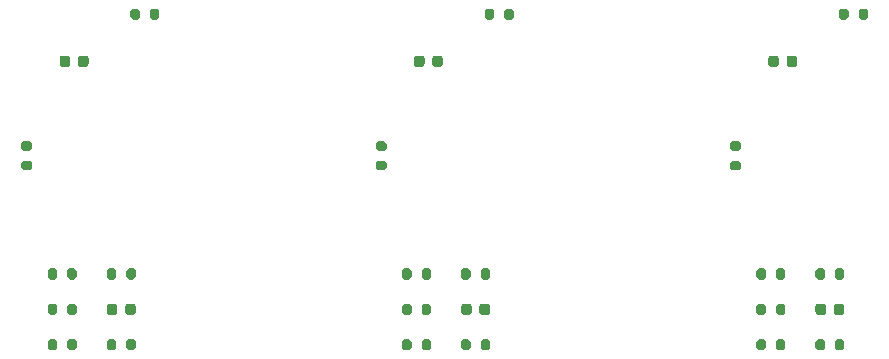
<source format=gbr>
%TF.GenerationSoftware,KiCad,Pcbnew,(5.1.10)-1*%
%TF.CreationDate,2021-09-26T04:03:23+09:00*%
%TF.ProjectId,HAS-CT-Board,4841532d-4354-42d4-926f-6172642e6b69,rev?*%
%TF.SameCoordinates,Original*%
%TF.FileFunction,Paste,Top*%
%TF.FilePolarity,Positive*%
%FSLAX46Y46*%
G04 Gerber Fmt 4.6, Leading zero omitted, Abs format (unit mm)*
G04 Created by KiCad (PCBNEW (5.1.10)-1) date 2021-09-26 04:03:23*
%MOMM*%
%LPD*%
G01*
G04 APERTURE LIST*
G04 APERTURE END LIST*
%TO.C,C5*%
G36*
G01*
X69675000Y-132750000D02*
X69675000Y-133250000D01*
G75*
G02*
X69450000Y-133475000I-225000J0D01*
G01*
X69000000Y-133475000D01*
G75*
G02*
X68775000Y-133250000I0J225000D01*
G01*
X68775000Y-132750000D01*
G75*
G02*
X69000000Y-132525000I225000J0D01*
G01*
X69450000Y-132525000D01*
G75*
G02*
X69675000Y-132750000I0J-225000D01*
G01*
G37*
G36*
G01*
X71225000Y-132750000D02*
X71225000Y-133250000D01*
G75*
G02*
X71000000Y-133475000I-225000J0D01*
G01*
X70550000Y-133475000D01*
G75*
G02*
X70325000Y-133250000I0J225000D01*
G01*
X70325000Y-132750000D01*
G75*
G02*
X70550000Y-132525000I225000J0D01*
G01*
X71000000Y-132525000D01*
G75*
G02*
X71225000Y-132750000I0J-225000D01*
G01*
G37*
%TD*%
%TO.C,C6*%
G36*
G01*
X99675000Y-132750000D02*
X99675000Y-133250000D01*
G75*
G02*
X99450000Y-133475000I-225000J0D01*
G01*
X99000000Y-133475000D01*
G75*
G02*
X98775000Y-133250000I0J225000D01*
G01*
X98775000Y-132750000D01*
G75*
G02*
X99000000Y-132525000I225000J0D01*
G01*
X99450000Y-132525000D01*
G75*
G02*
X99675000Y-132750000I0J-225000D01*
G01*
G37*
G36*
G01*
X101225000Y-132750000D02*
X101225000Y-133250000D01*
G75*
G02*
X101000000Y-133475000I-225000J0D01*
G01*
X100550000Y-133475000D01*
G75*
G02*
X100325000Y-133250000I0J225000D01*
G01*
X100325000Y-132750000D01*
G75*
G02*
X100550000Y-132525000I225000J0D01*
G01*
X101000000Y-132525000D01*
G75*
G02*
X101225000Y-132750000I0J-225000D01*
G01*
G37*
%TD*%
%TO.C,C7*%
G36*
G01*
X131225000Y-132750000D02*
X131225000Y-133250000D01*
G75*
G02*
X131000000Y-133475000I-225000J0D01*
G01*
X130550000Y-133475000D01*
G75*
G02*
X130325000Y-133250000I0J225000D01*
G01*
X130325000Y-132750000D01*
G75*
G02*
X130550000Y-132525000I225000J0D01*
G01*
X131000000Y-132525000D01*
G75*
G02*
X131225000Y-132750000I0J-225000D01*
G01*
G37*
G36*
G01*
X129675000Y-132750000D02*
X129675000Y-133250000D01*
G75*
G02*
X129450000Y-133475000I-225000J0D01*
G01*
X129000000Y-133475000D01*
G75*
G02*
X128775000Y-133250000I0J225000D01*
G01*
X128775000Y-132750000D01*
G75*
G02*
X129000000Y-132525000I225000J0D01*
G01*
X129450000Y-132525000D01*
G75*
G02*
X129675000Y-132750000I0J-225000D01*
G01*
G37*
%TD*%
%TO.C,C12*%
G36*
G01*
X66325000Y-112250000D02*
X66325000Y-111750000D01*
G75*
G02*
X66550000Y-111525000I225000J0D01*
G01*
X67000000Y-111525000D01*
G75*
G02*
X67225000Y-111750000I0J-225000D01*
G01*
X67225000Y-112250000D01*
G75*
G02*
X67000000Y-112475000I-225000J0D01*
G01*
X66550000Y-112475000D01*
G75*
G02*
X66325000Y-112250000I0J225000D01*
G01*
G37*
G36*
G01*
X64775000Y-112250000D02*
X64775000Y-111750000D01*
G75*
G02*
X65000000Y-111525000I225000J0D01*
G01*
X65450000Y-111525000D01*
G75*
G02*
X65675000Y-111750000I0J-225000D01*
G01*
X65675000Y-112250000D01*
G75*
G02*
X65450000Y-112475000I-225000J0D01*
G01*
X65000000Y-112475000D01*
G75*
G02*
X64775000Y-112250000I0J225000D01*
G01*
G37*
%TD*%
%TO.C,C13*%
G36*
G01*
X96325000Y-112250000D02*
X96325000Y-111750000D01*
G75*
G02*
X96550000Y-111525000I225000J0D01*
G01*
X97000000Y-111525000D01*
G75*
G02*
X97225000Y-111750000I0J-225000D01*
G01*
X97225000Y-112250000D01*
G75*
G02*
X97000000Y-112475000I-225000J0D01*
G01*
X96550000Y-112475000D01*
G75*
G02*
X96325000Y-112250000I0J225000D01*
G01*
G37*
G36*
G01*
X94775000Y-112250000D02*
X94775000Y-111750000D01*
G75*
G02*
X95000000Y-111525000I225000J0D01*
G01*
X95450000Y-111525000D01*
G75*
G02*
X95675000Y-111750000I0J-225000D01*
G01*
X95675000Y-112250000D01*
G75*
G02*
X95450000Y-112475000I-225000J0D01*
G01*
X95000000Y-112475000D01*
G75*
G02*
X94775000Y-112250000I0J225000D01*
G01*
G37*
%TD*%
%TO.C,C14*%
G36*
G01*
X124775000Y-112250000D02*
X124775000Y-111750000D01*
G75*
G02*
X125000000Y-111525000I225000J0D01*
G01*
X125450000Y-111525000D01*
G75*
G02*
X125675000Y-111750000I0J-225000D01*
G01*
X125675000Y-112250000D01*
G75*
G02*
X125450000Y-112475000I-225000J0D01*
G01*
X125000000Y-112475000D01*
G75*
G02*
X124775000Y-112250000I0J225000D01*
G01*
G37*
G36*
G01*
X126325000Y-112250000D02*
X126325000Y-111750000D01*
G75*
G02*
X126550000Y-111525000I225000J0D01*
G01*
X127000000Y-111525000D01*
G75*
G02*
X127225000Y-111750000I0J-225000D01*
G01*
X127225000Y-112250000D01*
G75*
G02*
X127000000Y-112475000I-225000J0D01*
G01*
X126550000Y-112475000D01*
G75*
G02*
X126325000Y-112250000I0J225000D01*
G01*
G37*
%TD*%
%TO.C,R1*%
G36*
G01*
X72425000Y-108275000D02*
X72425000Y-107725000D01*
G75*
G02*
X72625000Y-107525000I200000J0D01*
G01*
X73025000Y-107525000D01*
G75*
G02*
X73225000Y-107725000I0J-200000D01*
G01*
X73225000Y-108275000D01*
G75*
G02*
X73025000Y-108475000I-200000J0D01*
G01*
X72625000Y-108475000D01*
G75*
G02*
X72425000Y-108275000I0J200000D01*
G01*
G37*
G36*
G01*
X70775000Y-108275000D02*
X70775000Y-107725000D01*
G75*
G02*
X70975000Y-107525000I200000J0D01*
G01*
X71375000Y-107525000D01*
G75*
G02*
X71575000Y-107725000I0J-200000D01*
G01*
X71575000Y-108275000D01*
G75*
G02*
X71375000Y-108475000I-200000J0D01*
G01*
X70975000Y-108475000D01*
G75*
G02*
X70775000Y-108275000I0J200000D01*
G01*
G37*
%TD*%
%TO.C,R2*%
G36*
G01*
X102425000Y-108275000D02*
X102425000Y-107725000D01*
G75*
G02*
X102625000Y-107525000I200000J0D01*
G01*
X103025000Y-107525000D01*
G75*
G02*
X103225000Y-107725000I0J-200000D01*
G01*
X103225000Y-108275000D01*
G75*
G02*
X103025000Y-108475000I-200000J0D01*
G01*
X102625000Y-108475000D01*
G75*
G02*
X102425000Y-108275000I0J200000D01*
G01*
G37*
G36*
G01*
X100775000Y-108275000D02*
X100775000Y-107725000D01*
G75*
G02*
X100975000Y-107525000I200000J0D01*
G01*
X101375000Y-107525000D01*
G75*
G02*
X101575000Y-107725000I0J-200000D01*
G01*
X101575000Y-108275000D01*
G75*
G02*
X101375000Y-108475000I-200000J0D01*
G01*
X100975000Y-108475000D01*
G75*
G02*
X100775000Y-108275000I0J200000D01*
G01*
G37*
%TD*%
%TO.C,R3*%
G36*
G01*
X130775000Y-108275000D02*
X130775000Y-107725000D01*
G75*
G02*
X130975000Y-107525000I200000J0D01*
G01*
X131375000Y-107525000D01*
G75*
G02*
X131575000Y-107725000I0J-200000D01*
G01*
X131575000Y-108275000D01*
G75*
G02*
X131375000Y-108475000I-200000J0D01*
G01*
X130975000Y-108475000D01*
G75*
G02*
X130775000Y-108275000I0J200000D01*
G01*
G37*
G36*
G01*
X132425000Y-108275000D02*
X132425000Y-107725000D01*
G75*
G02*
X132625000Y-107525000I200000J0D01*
G01*
X133025000Y-107525000D01*
G75*
G02*
X133225000Y-107725000I0J-200000D01*
G01*
X133225000Y-108275000D01*
G75*
G02*
X133025000Y-108475000I-200000J0D01*
G01*
X132625000Y-108475000D01*
G75*
G02*
X132425000Y-108275000I0J200000D01*
G01*
G37*
%TD*%
%TO.C,R4*%
G36*
G01*
X65425000Y-136275000D02*
X65425000Y-135725000D01*
G75*
G02*
X65625000Y-135525000I200000J0D01*
G01*
X66025000Y-135525000D01*
G75*
G02*
X66225000Y-135725000I0J-200000D01*
G01*
X66225000Y-136275000D01*
G75*
G02*
X66025000Y-136475000I-200000J0D01*
G01*
X65625000Y-136475000D01*
G75*
G02*
X65425000Y-136275000I0J200000D01*
G01*
G37*
G36*
G01*
X63775000Y-136275000D02*
X63775000Y-135725000D01*
G75*
G02*
X63975000Y-135525000I200000J0D01*
G01*
X64375000Y-135525000D01*
G75*
G02*
X64575000Y-135725000I0J-200000D01*
G01*
X64575000Y-136275000D01*
G75*
G02*
X64375000Y-136475000I-200000J0D01*
G01*
X63975000Y-136475000D01*
G75*
G02*
X63775000Y-136275000I0J200000D01*
G01*
G37*
%TD*%
%TO.C,R5*%
G36*
G01*
X66225000Y-132725000D02*
X66225000Y-133275000D01*
G75*
G02*
X66025000Y-133475000I-200000J0D01*
G01*
X65625000Y-133475000D01*
G75*
G02*
X65425000Y-133275000I0J200000D01*
G01*
X65425000Y-132725000D01*
G75*
G02*
X65625000Y-132525000I200000J0D01*
G01*
X66025000Y-132525000D01*
G75*
G02*
X66225000Y-132725000I0J-200000D01*
G01*
G37*
G36*
G01*
X64575000Y-132725000D02*
X64575000Y-133275000D01*
G75*
G02*
X64375000Y-133475000I-200000J0D01*
G01*
X63975000Y-133475000D01*
G75*
G02*
X63775000Y-133275000I0J200000D01*
G01*
X63775000Y-132725000D01*
G75*
G02*
X63975000Y-132525000I200000J0D01*
G01*
X64375000Y-132525000D01*
G75*
G02*
X64575000Y-132725000I0J-200000D01*
G01*
G37*
%TD*%
%TO.C,R6*%
G36*
G01*
X93775000Y-136275000D02*
X93775000Y-135725000D01*
G75*
G02*
X93975000Y-135525000I200000J0D01*
G01*
X94375000Y-135525000D01*
G75*
G02*
X94575000Y-135725000I0J-200000D01*
G01*
X94575000Y-136275000D01*
G75*
G02*
X94375000Y-136475000I-200000J0D01*
G01*
X93975000Y-136475000D01*
G75*
G02*
X93775000Y-136275000I0J200000D01*
G01*
G37*
G36*
G01*
X95425000Y-136275000D02*
X95425000Y-135725000D01*
G75*
G02*
X95625000Y-135525000I200000J0D01*
G01*
X96025000Y-135525000D01*
G75*
G02*
X96225000Y-135725000I0J-200000D01*
G01*
X96225000Y-136275000D01*
G75*
G02*
X96025000Y-136475000I-200000J0D01*
G01*
X95625000Y-136475000D01*
G75*
G02*
X95425000Y-136275000I0J200000D01*
G01*
G37*
%TD*%
%TO.C,R7*%
G36*
G01*
X94575000Y-132725000D02*
X94575000Y-133275000D01*
G75*
G02*
X94375000Y-133475000I-200000J0D01*
G01*
X93975000Y-133475000D01*
G75*
G02*
X93775000Y-133275000I0J200000D01*
G01*
X93775000Y-132725000D01*
G75*
G02*
X93975000Y-132525000I200000J0D01*
G01*
X94375000Y-132525000D01*
G75*
G02*
X94575000Y-132725000I0J-200000D01*
G01*
G37*
G36*
G01*
X96225000Y-132725000D02*
X96225000Y-133275000D01*
G75*
G02*
X96025000Y-133475000I-200000J0D01*
G01*
X95625000Y-133475000D01*
G75*
G02*
X95425000Y-133275000I0J200000D01*
G01*
X95425000Y-132725000D01*
G75*
G02*
X95625000Y-132525000I200000J0D01*
G01*
X96025000Y-132525000D01*
G75*
G02*
X96225000Y-132725000I0J-200000D01*
G01*
G37*
%TD*%
%TO.C,R8*%
G36*
G01*
X125425000Y-136275000D02*
X125425000Y-135725000D01*
G75*
G02*
X125625000Y-135525000I200000J0D01*
G01*
X126025000Y-135525000D01*
G75*
G02*
X126225000Y-135725000I0J-200000D01*
G01*
X126225000Y-136275000D01*
G75*
G02*
X126025000Y-136475000I-200000J0D01*
G01*
X125625000Y-136475000D01*
G75*
G02*
X125425000Y-136275000I0J200000D01*
G01*
G37*
G36*
G01*
X123775000Y-136275000D02*
X123775000Y-135725000D01*
G75*
G02*
X123975000Y-135525000I200000J0D01*
G01*
X124375000Y-135525000D01*
G75*
G02*
X124575000Y-135725000I0J-200000D01*
G01*
X124575000Y-136275000D01*
G75*
G02*
X124375000Y-136475000I-200000J0D01*
G01*
X123975000Y-136475000D01*
G75*
G02*
X123775000Y-136275000I0J200000D01*
G01*
G37*
%TD*%
%TO.C,R9*%
G36*
G01*
X124575000Y-132725000D02*
X124575000Y-133275000D01*
G75*
G02*
X124375000Y-133475000I-200000J0D01*
G01*
X123975000Y-133475000D01*
G75*
G02*
X123775000Y-133275000I0J200000D01*
G01*
X123775000Y-132725000D01*
G75*
G02*
X123975000Y-132525000I200000J0D01*
G01*
X124375000Y-132525000D01*
G75*
G02*
X124575000Y-132725000I0J-200000D01*
G01*
G37*
G36*
G01*
X126225000Y-132725000D02*
X126225000Y-133275000D01*
G75*
G02*
X126025000Y-133475000I-200000J0D01*
G01*
X125625000Y-133475000D01*
G75*
G02*
X125425000Y-133275000I0J200000D01*
G01*
X125425000Y-132725000D01*
G75*
G02*
X125625000Y-132525000I200000J0D01*
G01*
X126025000Y-132525000D01*
G75*
G02*
X126225000Y-132725000I0J-200000D01*
G01*
G37*
%TD*%
%TO.C,R10*%
G36*
G01*
X62275000Y-119575000D02*
X61725000Y-119575000D01*
G75*
G02*
X61525000Y-119375000I0J200000D01*
G01*
X61525000Y-118975000D01*
G75*
G02*
X61725000Y-118775000I200000J0D01*
G01*
X62275000Y-118775000D01*
G75*
G02*
X62475000Y-118975000I0J-200000D01*
G01*
X62475000Y-119375000D01*
G75*
G02*
X62275000Y-119575000I-200000J0D01*
G01*
G37*
G36*
G01*
X62275000Y-121225000D02*
X61725000Y-121225000D01*
G75*
G02*
X61525000Y-121025000I0J200000D01*
G01*
X61525000Y-120625000D01*
G75*
G02*
X61725000Y-120425000I200000J0D01*
G01*
X62275000Y-120425000D01*
G75*
G02*
X62475000Y-120625000I0J-200000D01*
G01*
X62475000Y-121025000D01*
G75*
G02*
X62275000Y-121225000I-200000J0D01*
G01*
G37*
%TD*%
%TO.C,R11*%
G36*
G01*
X66225000Y-129725000D02*
X66225000Y-130275000D01*
G75*
G02*
X66025000Y-130475000I-200000J0D01*
G01*
X65625000Y-130475000D01*
G75*
G02*
X65425000Y-130275000I0J200000D01*
G01*
X65425000Y-129725000D01*
G75*
G02*
X65625000Y-129525000I200000J0D01*
G01*
X66025000Y-129525000D01*
G75*
G02*
X66225000Y-129725000I0J-200000D01*
G01*
G37*
G36*
G01*
X64575000Y-129725000D02*
X64575000Y-130275000D01*
G75*
G02*
X64375000Y-130475000I-200000J0D01*
G01*
X63975000Y-130475000D01*
G75*
G02*
X63775000Y-130275000I0J200000D01*
G01*
X63775000Y-129725000D01*
G75*
G02*
X63975000Y-129525000I200000J0D01*
G01*
X64375000Y-129525000D01*
G75*
G02*
X64575000Y-129725000I0J-200000D01*
G01*
G37*
%TD*%
%TO.C,R12*%
G36*
G01*
X92275000Y-119575000D02*
X91725000Y-119575000D01*
G75*
G02*
X91525000Y-119375000I0J200000D01*
G01*
X91525000Y-118975000D01*
G75*
G02*
X91725000Y-118775000I200000J0D01*
G01*
X92275000Y-118775000D01*
G75*
G02*
X92475000Y-118975000I0J-200000D01*
G01*
X92475000Y-119375000D01*
G75*
G02*
X92275000Y-119575000I-200000J0D01*
G01*
G37*
G36*
G01*
X92275000Y-121225000D02*
X91725000Y-121225000D01*
G75*
G02*
X91525000Y-121025000I0J200000D01*
G01*
X91525000Y-120625000D01*
G75*
G02*
X91725000Y-120425000I200000J0D01*
G01*
X92275000Y-120425000D01*
G75*
G02*
X92475000Y-120625000I0J-200000D01*
G01*
X92475000Y-121025000D01*
G75*
G02*
X92275000Y-121225000I-200000J0D01*
G01*
G37*
%TD*%
%TO.C,R13*%
G36*
G01*
X96225000Y-129725000D02*
X96225000Y-130275000D01*
G75*
G02*
X96025000Y-130475000I-200000J0D01*
G01*
X95625000Y-130475000D01*
G75*
G02*
X95425000Y-130275000I0J200000D01*
G01*
X95425000Y-129725000D01*
G75*
G02*
X95625000Y-129525000I200000J0D01*
G01*
X96025000Y-129525000D01*
G75*
G02*
X96225000Y-129725000I0J-200000D01*
G01*
G37*
G36*
G01*
X94575000Y-129725000D02*
X94575000Y-130275000D01*
G75*
G02*
X94375000Y-130475000I-200000J0D01*
G01*
X93975000Y-130475000D01*
G75*
G02*
X93775000Y-130275000I0J200000D01*
G01*
X93775000Y-129725000D01*
G75*
G02*
X93975000Y-129525000I200000J0D01*
G01*
X94375000Y-129525000D01*
G75*
G02*
X94575000Y-129725000I0J-200000D01*
G01*
G37*
%TD*%
%TO.C,R14*%
G36*
G01*
X122275000Y-121225000D02*
X121725000Y-121225000D01*
G75*
G02*
X121525000Y-121025000I0J200000D01*
G01*
X121525000Y-120625000D01*
G75*
G02*
X121725000Y-120425000I200000J0D01*
G01*
X122275000Y-120425000D01*
G75*
G02*
X122475000Y-120625000I0J-200000D01*
G01*
X122475000Y-121025000D01*
G75*
G02*
X122275000Y-121225000I-200000J0D01*
G01*
G37*
G36*
G01*
X122275000Y-119575000D02*
X121725000Y-119575000D01*
G75*
G02*
X121525000Y-119375000I0J200000D01*
G01*
X121525000Y-118975000D01*
G75*
G02*
X121725000Y-118775000I200000J0D01*
G01*
X122275000Y-118775000D01*
G75*
G02*
X122475000Y-118975000I0J-200000D01*
G01*
X122475000Y-119375000D01*
G75*
G02*
X122275000Y-119575000I-200000J0D01*
G01*
G37*
%TD*%
%TO.C,R15*%
G36*
G01*
X126225000Y-129725000D02*
X126225000Y-130275000D01*
G75*
G02*
X126025000Y-130475000I-200000J0D01*
G01*
X125625000Y-130475000D01*
G75*
G02*
X125425000Y-130275000I0J200000D01*
G01*
X125425000Y-129725000D01*
G75*
G02*
X125625000Y-129525000I200000J0D01*
G01*
X126025000Y-129525000D01*
G75*
G02*
X126225000Y-129725000I0J-200000D01*
G01*
G37*
G36*
G01*
X124575000Y-129725000D02*
X124575000Y-130275000D01*
G75*
G02*
X124375000Y-130475000I-200000J0D01*
G01*
X123975000Y-130475000D01*
G75*
G02*
X123775000Y-130275000I0J200000D01*
G01*
X123775000Y-129725000D01*
G75*
G02*
X123975000Y-129525000I200000J0D01*
G01*
X124375000Y-129525000D01*
G75*
G02*
X124575000Y-129725000I0J-200000D01*
G01*
G37*
%TD*%
%TO.C,R16*%
G36*
G01*
X68775000Y-136275000D02*
X68775000Y-135725000D01*
G75*
G02*
X68975000Y-135525000I200000J0D01*
G01*
X69375000Y-135525000D01*
G75*
G02*
X69575000Y-135725000I0J-200000D01*
G01*
X69575000Y-136275000D01*
G75*
G02*
X69375000Y-136475000I-200000J0D01*
G01*
X68975000Y-136475000D01*
G75*
G02*
X68775000Y-136275000I0J200000D01*
G01*
G37*
G36*
G01*
X70425000Y-136275000D02*
X70425000Y-135725000D01*
G75*
G02*
X70625000Y-135525000I200000J0D01*
G01*
X71025000Y-135525000D01*
G75*
G02*
X71225000Y-135725000I0J-200000D01*
G01*
X71225000Y-136275000D01*
G75*
G02*
X71025000Y-136475000I-200000J0D01*
G01*
X70625000Y-136475000D01*
G75*
G02*
X70425000Y-136275000I0J200000D01*
G01*
G37*
%TD*%
%TO.C,R17*%
G36*
G01*
X100425000Y-136275000D02*
X100425000Y-135725000D01*
G75*
G02*
X100625000Y-135525000I200000J0D01*
G01*
X101025000Y-135525000D01*
G75*
G02*
X101225000Y-135725000I0J-200000D01*
G01*
X101225000Y-136275000D01*
G75*
G02*
X101025000Y-136475000I-200000J0D01*
G01*
X100625000Y-136475000D01*
G75*
G02*
X100425000Y-136275000I0J200000D01*
G01*
G37*
G36*
G01*
X98775000Y-136275000D02*
X98775000Y-135725000D01*
G75*
G02*
X98975000Y-135525000I200000J0D01*
G01*
X99375000Y-135525000D01*
G75*
G02*
X99575000Y-135725000I0J-200000D01*
G01*
X99575000Y-136275000D01*
G75*
G02*
X99375000Y-136475000I-200000J0D01*
G01*
X98975000Y-136475000D01*
G75*
G02*
X98775000Y-136275000I0J200000D01*
G01*
G37*
%TD*%
%TO.C,R18*%
G36*
G01*
X128775000Y-136275000D02*
X128775000Y-135725000D01*
G75*
G02*
X128975000Y-135525000I200000J0D01*
G01*
X129375000Y-135525000D01*
G75*
G02*
X129575000Y-135725000I0J-200000D01*
G01*
X129575000Y-136275000D01*
G75*
G02*
X129375000Y-136475000I-200000J0D01*
G01*
X128975000Y-136475000D01*
G75*
G02*
X128775000Y-136275000I0J200000D01*
G01*
G37*
G36*
G01*
X130425000Y-136275000D02*
X130425000Y-135725000D01*
G75*
G02*
X130625000Y-135525000I200000J0D01*
G01*
X131025000Y-135525000D01*
G75*
G02*
X131225000Y-135725000I0J-200000D01*
G01*
X131225000Y-136275000D01*
G75*
G02*
X131025000Y-136475000I-200000J0D01*
G01*
X130625000Y-136475000D01*
G75*
G02*
X130425000Y-136275000I0J200000D01*
G01*
G37*
%TD*%
%TO.C,R19*%
G36*
G01*
X71225000Y-129725000D02*
X71225000Y-130275000D01*
G75*
G02*
X71025000Y-130475000I-200000J0D01*
G01*
X70625000Y-130475000D01*
G75*
G02*
X70425000Y-130275000I0J200000D01*
G01*
X70425000Y-129725000D01*
G75*
G02*
X70625000Y-129525000I200000J0D01*
G01*
X71025000Y-129525000D01*
G75*
G02*
X71225000Y-129725000I0J-200000D01*
G01*
G37*
G36*
G01*
X69575000Y-129725000D02*
X69575000Y-130275000D01*
G75*
G02*
X69375000Y-130475000I-200000J0D01*
G01*
X68975000Y-130475000D01*
G75*
G02*
X68775000Y-130275000I0J200000D01*
G01*
X68775000Y-129725000D01*
G75*
G02*
X68975000Y-129525000I200000J0D01*
G01*
X69375000Y-129525000D01*
G75*
G02*
X69575000Y-129725000I0J-200000D01*
G01*
G37*
%TD*%
%TO.C,R20*%
G36*
G01*
X99575000Y-129725000D02*
X99575000Y-130275000D01*
G75*
G02*
X99375000Y-130475000I-200000J0D01*
G01*
X98975000Y-130475000D01*
G75*
G02*
X98775000Y-130275000I0J200000D01*
G01*
X98775000Y-129725000D01*
G75*
G02*
X98975000Y-129525000I200000J0D01*
G01*
X99375000Y-129525000D01*
G75*
G02*
X99575000Y-129725000I0J-200000D01*
G01*
G37*
G36*
G01*
X101225000Y-129725000D02*
X101225000Y-130275000D01*
G75*
G02*
X101025000Y-130475000I-200000J0D01*
G01*
X100625000Y-130475000D01*
G75*
G02*
X100425000Y-130275000I0J200000D01*
G01*
X100425000Y-129725000D01*
G75*
G02*
X100625000Y-129525000I200000J0D01*
G01*
X101025000Y-129525000D01*
G75*
G02*
X101225000Y-129725000I0J-200000D01*
G01*
G37*
%TD*%
%TO.C,R21*%
G36*
G01*
X131225000Y-129725000D02*
X131225000Y-130275000D01*
G75*
G02*
X131025000Y-130475000I-200000J0D01*
G01*
X130625000Y-130475000D01*
G75*
G02*
X130425000Y-130275000I0J200000D01*
G01*
X130425000Y-129725000D01*
G75*
G02*
X130625000Y-129525000I200000J0D01*
G01*
X131025000Y-129525000D01*
G75*
G02*
X131225000Y-129725000I0J-200000D01*
G01*
G37*
G36*
G01*
X129575000Y-129725000D02*
X129575000Y-130275000D01*
G75*
G02*
X129375000Y-130475000I-200000J0D01*
G01*
X128975000Y-130475000D01*
G75*
G02*
X128775000Y-130275000I0J200000D01*
G01*
X128775000Y-129725000D01*
G75*
G02*
X128975000Y-129525000I200000J0D01*
G01*
X129375000Y-129525000D01*
G75*
G02*
X129575000Y-129725000I0J-200000D01*
G01*
G37*
%TD*%
M02*

</source>
